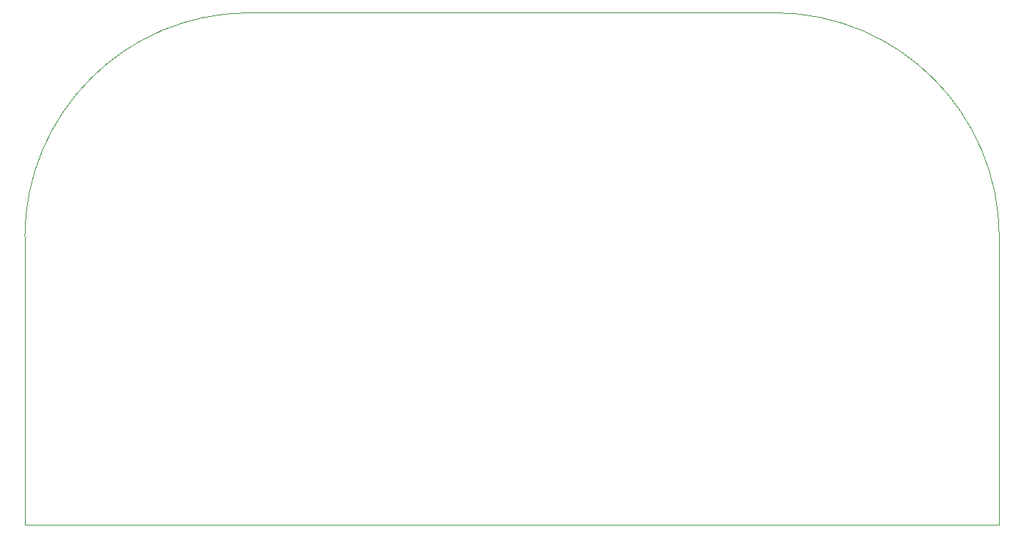
<source format=gbr>
%TF.GenerationSoftware,KiCad,Pcbnew,7.0.11-7.0.11~ubuntu22.04.1*%
%TF.CreationDate,2024-09-19T14:01:14-04:00*%
%TF.ProjectId,colecovision_controller,636f6c65-636f-4766-9973-696f6e5f636f,rev?*%
%TF.SameCoordinates,Original*%
%TF.FileFunction,Profile,NP*%
%FSLAX46Y46*%
G04 Gerber Fmt 4.6, Leading zero omitted, Abs format (unit mm)*
G04 Created by KiCad (PCBNEW 7.0.11-7.0.11~ubuntu22.04.1) date 2024-09-19 14:01:14*
%MOMM*%
%LPD*%
G01*
G04 APERTURE LIST*
%TA.AperFunction,Profile*%
%ADD10C,0.101600*%
%TD*%
G04 APERTURE END LIST*
D10*
X199393632Y-97663018D02*
G75*
G03*
X173609000Y-71882001I-25908002J-127002D01*
G01*
X86995000Y-130937000D02*
X86994982Y-97666626D01*
X199393626Y-97663018D02*
X199390000Y-130937000D01*
X112776000Y-71882000D02*
X173609000Y-71882000D01*
X199390000Y-130937000D02*
X86995000Y-130937000D01*
X112776000Y-71882000D02*
G75*
G03*
X86994983Y-97666626I127000J-25908000D01*
G01*
M02*

</source>
